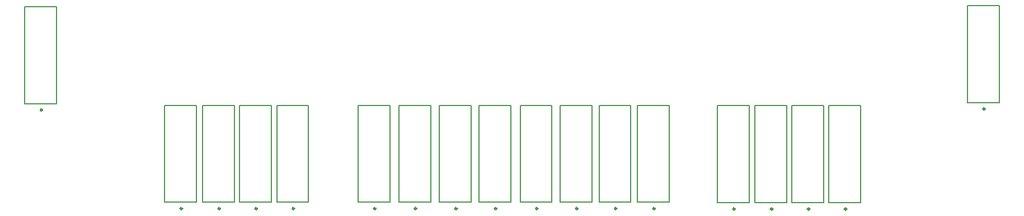
<source format=gbr>
G04 #@! TF.GenerationSoftware,KiCad,Pcbnew,(6.0.5)*
G04 #@! TF.CreationDate,2022-05-29T20:59:08-04:00*
G04 #@! TF.ProjectId,PB_16,50425f31-362e-46b6-9963-61645f706362,v1.0h*
G04 #@! TF.SameCoordinates,Original*
G04 #@! TF.FileFunction,Other,ECO2*
%FSLAX46Y46*%
G04 Gerber Fmt 4.6, Leading zero omitted, Abs format (unit mm)*
G04 Created by KiCad (PCBNEW (6.0.5)) date 2022-05-29 20:59:08*
%MOMM*%
%LPD*%
G01*
G04 APERTURE LIST*
%ADD10C,0.127000*%
%ADD11C,0.300000*%
G04 APERTURE END LIST*
D10*
X91822600Y-136988600D02*
X96622600Y-136988600D01*
X91822600Y-151688600D02*
X91822600Y-136988600D01*
X96622600Y-151688600D02*
X91822600Y-151688600D01*
X96622600Y-136988600D02*
X96622600Y-151688600D01*
D11*
X94464020Y-152638600D02*
G75*
G03*
X94464020Y-152638600I-141420J0D01*
G01*
D10*
X138192600Y-136998600D02*
X138192600Y-151698600D01*
X138192600Y-151698600D02*
X133392600Y-151698600D01*
X133392600Y-136998600D02*
X138192600Y-136998600D01*
X133392600Y-151698600D02*
X133392600Y-136998600D01*
D11*
X136034020Y-152648600D02*
G75*
G03*
X136034020Y-152648600I-141420J0D01*
G01*
D10*
X181153100Y-151763600D02*
X181153100Y-137063600D01*
X181153100Y-137063600D02*
X185953100Y-137063600D01*
X185953100Y-137063600D02*
X185953100Y-151763600D01*
X185953100Y-151763600D02*
X181153100Y-151763600D01*
D11*
X183794520Y-152713600D02*
G75*
G03*
X183794520Y-152713600I-141420J0D01*
G01*
D10*
X102367600Y-151703600D02*
X97567600Y-151703600D01*
X102367600Y-137003600D02*
X102367600Y-151703600D01*
X97567600Y-137003600D02*
X102367600Y-137003600D01*
X97567600Y-151703600D02*
X97567600Y-137003600D01*
D11*
X100209020Y-152653600D02*
G75*
G03*
X100209020Y-152653600I-141420J0D01*
G01*
D10*
X132072600Y-151698600D02*
X127272600Y-151698600D01*
X132072600Y-136998600D02*
X132072600Y-151698600D01*
X127272600Y-136998600D02*
X132072600Y-136998600D01*
X127272600Y-151698600D02*
X127272600Y-136998600D01*
D11*
X129914020Y-152648600D02*
G75*
G03*
X129914020Y-152648600I-141420J0D01*
G01*
D10*
X144193100Y-151698600D02*
X139393100Y-151698600D01*
X139393100Y-136998600D02*
X144193100Y-136998600D01*
X139393100Y-151698600D02*
X139393100Y-136998600D01*
X144193100Y-136998600D02*
X144193100Y-151698600D01*
D11*
X142034520Y-152648600D02*
G75*
G03*
X142034520Y-152648600I-141420J0D01*
G01*
D10*
X145602600Y-151698600D02*
X145602600Y-136998600D01*
X145602600Y-136998600D02*
X150402600Y-136998600D01*
X150402600Y-136998600D02*
X150402600Y-151698600D01*
X150402600Y-151698600D02*
X145602600Y-151698600D01*
D11*
X148244020Y-152648600D02*
G75*
G03*
X148244020Y-152648600I-141420J0D01*
G01*
D10*
X151662600Y-151698600D02*
X151662600Y-136998600D01*
X156462600Y-136998600D02*
X156462600Y-151698600D01*
X156462600Y-151698600D02*
X151662600Y-151698600D01*
X151662600Y-136998600D02*
X156462600Y-136998600D01*
D11*
X154304020Y-152648600D02*
G75*
G03*
X154304020Y-152648600I-141420J0D01*
G01*
D10*
X197129100Y-151763600D02*
X192329100Y-151763600D01*
X197129100Y-137063600D02*
X197129100Y-151763600D01*
X192329100Y-151763600D02*
X192329100Y-137063600D01*
X192329100Y-137063600D02*
X197129100Y-137063600D01*
D11*
X194970520Y-152713600D02*
G75*
G03*
X194970520Y-152713600I-141420J0D01*
G01*
D10*
X125912600Y-136998600D02*
X125912600Y-151698600D01*
X125912600Y-151698600D02*
X121112600Y-151698600D01*
X121112600Y-136998600D02*
X125912600Y-136998600D01*
X121112600Y-151698600D02*
X121112600Y-136998600D01*
D11*
X123754020Y-152648600D02*
G75*
G03*
X123754020Y-152648600I-141420J0D01*
G01*
D10*
X107967600Y-137003600D02*
X107967600Y-151703600D01*
X103167600Y-137003600D02*
X107967600Y-137003600D01*
X107967600Y-151703600D02*
X103167600Y-151703600D01*
X103167600Y-151703600D02*
X103167600Y-137003600D01*
D11*
X105809020Y-152653600D02*
G75*
G03*
X105809020Y-152653600I-141420J0D01*
G01*
D10*
X175447600Y-137063600D02*
X180247600Y-137063600D01*
X180247600Y-137063600D02*
X180247600Y-151763600D01*
X175447600Y-151763600D02*
X175447600Y-137063600D01*
X180247600Y-151763600D02*
X175447600Y-151763600D01*
D11*
X178089020Y-152713600D02*
G75*
G03*
X178089020Y-152713600I-141420J0D01*
G01*
D10*
X157542600Y-136998600D02*
X162342600Y-136998600D01*
X157542600Y-151698600D02*
X157542600Y-136998600D01*
X162342600Y-136998600D02*
X162342600Y-151698600D01*
X162342600Y-151698600D02*
X157542600Y-151698600D01*
D11*
X160184020Y-152648600D02*
G75*
G03*
X160184020Y-152648600I-141420J0D01*
G01*
D10*
X108767600Y-137003600D02*
X113567600Y-137003600D01*
X113567600Y-137003600D02*
X113567600Y-151703600D01*
X108767600Y-151703600D02*
X108767600Y-137003600D01*
X113567600Y-151703600D02*
X108767600Y-151703600D01*
D11*
X111409020Y-152653600D02*
G75*
G03*
X111409020Y-152653600I-141420J0D01*
G01*
D10*
X186741100Y-151763600D02*
X186741100Y-137063600D01*
X191541100Y-151763600D02*
X186741100Y-151763600D01*
X191541100Y-137063600D02*
X191541100Y-151763600D01*
X186741100Y-137063600D02*
X191541100Y-137063600D01*
D11*
X189382520Y-152713600D02*
G75*
G03*
X189382520Y-152713600I-141420J0D01*
G01*
D10*
X168161100Y-151698600D02*
X163361100Y-151698600D01*
X163361100Y-136998600D02*
X168161100Y-136998600D01*
X163361100Y-151698600D02*
X163361100Y-136998600D01*
X168161100Y-136998600D02*
X168161100Y-151698600D01*
D11*
X166002520Y-152648600D02*
G75*
G03*
X166002520Y-152648600I-141420J0D01*
G01*
D10*
X213276000Y-136581800D02*
X213276000Y-121881800D01*
X218076000Y-136581800D02*
X213276000Y-136581800D01*
X213276000Y-121881800D02*
X218076000Y-121881800D01*
X218076000Y-121881800D02*
X218076000Y-136581800D01*
D11*
X215917420Y-137531800D02*
G75*
G03*
X215917420Y-137531800I-141420J0D01*
G01*
D10*
X70651000Y-122038600D02*
X75451000Y-122038600D01*
X75451000Y-122038600D02*
X75451000Y-136738600D01*
X75451000Y-136738600D02*
X70651000Y-136738600D01*
X70651000Y-136738600D02*
X70651000Y-122038600D01*
D11*
X73292420Y-137688600D02*
G75*
G03*
X73292420Y-137688600I-141420J0D01*
G01*
M02*

</source>
